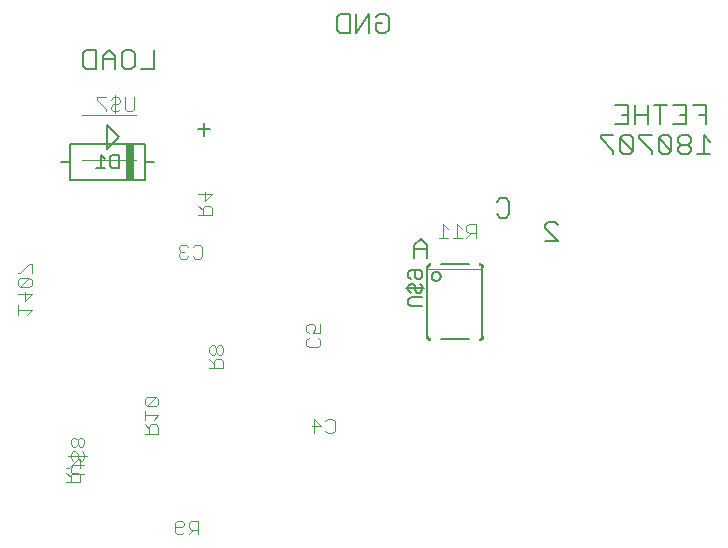
<source format=gbr>
G04 EAGLE Gerber X2 export*
%TF.Part,Single*%
%TF.FileFunction,Legend,Bot,1*%
%TF.FilePolarity,Positive*%
%TF.GenerationSoftware,Autodesk,EAGLE,8.6.3*%
%TF.CreationDate,2018-07-14T15:57:14Z*%
G75*
%MOMM*%
%FSLAX34Y34*%
%LPD*%
%AMOC8*
5,1,8,0,0,1.08239X$1,22.5*%
G01*
%ADD10C,0.152400*%
%ADD11C,0.127000*%
%ADD12R,0.762000X3.048000*%
%ADD13C,0.101600*%
%ADD14C,0.203200*%
%ADD15C,0.050800*%
%ADD16C,0.015238*%


D10*
X169238Y354597D02*
X158391Y354597D01*
X163815Y360020D02*
X163815Y349174D01*
X452591Y259862D02*
X463438Y259862D01*
X452591Y270709D01*
X452591Y273420D01*
X455303Y276132D01*
X460726Y276132D01*
X463438Y273420D01*
X121538Y405862D02*
X121538Y422132D01*
X121538Y405862D02*
X110691Y405862D01*
X102455Y422132D02*
X97032Y422132D01*
X102455Y422132D02*
X105166Y419420D01*
X105166Y408574D01*
X102455Y405862D01*
X97032Y405862D01*
X94320Y408574D01*
X94320Y419420D01*
X97032Y422132D01*
X88795Y416709D02*
X88795Y405862D01*
X88795Y416709D02*
X83372Y422132D01*
X77948Y416709D01*
X77948Y405862D01*
X77948Y413997D02*
X88795Y413997D01*
X72423Y422132D02*
X72423Y405862D01*
X64288Y405862D01*
X61577Y408574D01*
X61577Y419420D01*
X64288Y422132D01*
X72423Y422132D01*
X309291Y449920D02*
X312003Y452632D01*
X317426Y452632D01*
X320138Y449920D01*
X320138Y439074D01*
X317426Y436362D01*
X312003Y436362D01*
X309291Y439074D01*
X309291Y444497D01*
X314715Y444497D01*
X303766Y436362D02*
X303766Y452632D01*
X292920Y436362D01*
X292920Y452632D01*
X287395Y452632D02*
X287395Y436362D01*
X279260Y436362D01*
X276548Y439074D01*
X276548Y449920D01*
X279260Y452632D01*
X287395Y452632D01*
X588538Y375132D02*
X588538Y358862D01*
X588538Y375132D02*
X577691Y375132D01*
X583115Y366997D02*
X588538Y366997D01*
X572166Y375132D02*
X561320Y375132D01*
X572166Y375132D02*
X572166Y358862D01*
X561320Y358862D01*
X566743Y366997D02*
X572166Y366997D01*
X550372Y358862D02*
X550372Y375132D01*
X555795Y375132D02*
X544948Y375132D01*
X539423Y375132D02*
X539423Y358862D01*
X539423Y366997D02*
X528577Y366997D01*
X528577Y375132D02*
X528577Y358862D01*
X523052Y375132D02*
X512205Y375132D01*
X523052Y375132D02*
X523052Y358862D01*
X512205Y358862D01*
X517628Y366997D02*
X523052Y366997D01*
X586915Y349632D02*
X592338Y344209D01*
X586915Y349632D02*
X586915Y333362D01*
X592338Y333362D02*
X581491Y333362D01*
X575966Y346920D02*
X573255Y349632D01*
X567832Y349632D01*
X565120Y346920D01*
X565120Y344209D01*
X567832Y341497D01*
X565120Y338785D01*
X565120Y336074D01*
X567832Y333362D01*
X573255Y333362D01*
X575966Y336074D01*
X575966Y338785D01*
X573255Y341497D01*
X575966Y344209D01*
X575966Y346920D01*
X573255Y341497D02*
X567832Y341497D01*
X559595Y336074D02*
X559595Y346920D01*
X556883Y349632D01*
X551460Y349632D01*
X548748Y346920D01*
X548748Y336074D01*
X551460Y333362D01*
X556883Y333362D01*
X559595Y336074D01*
X548748Y346920D01*
X543223Y349632D02*
X532377Y349632D01*
X532377Y346920D01*
X543223Y336074D01*
X543223Y333362D01*
X526852Y336074D02*
X526852Y346920D01*
X524140Y349632D01*
X518717Y349632D01*
X516005Y346920D01*
X516005Y336074D01*
X518717Y333362D01*
X524140Y333362D01*
X526852Y336074D01*
X516005Y346920D01*
X510480Y349632D02*
X499634Y349632D01*
X499634Y346920D01*
X510480Y336074D01*
X510480Y333362D01*
X352938Y256309D02*
X352938Y245462D01*
X352938Y256309D02*
X347515Y261732D01*
X342091Y256309D01*
X342091Y245462D01*
X342091Y253597D02*
X352938Y253597D01*
X411591Y293420D02*
X414303Y296132D01*
X419726Y296132D01*
X422438Y293420D01*
X422438Y282574D01*
X419726Y279862D01*
X414303Y279862D01*
X411591Y282574D01*
D11*
X114050Y341840D02*
X50550Y341840D01*
X50550Y311360D02*
X114050Y311360D01*
X114050Y326600D02*
X121670Y326600D01*
X114050Y326600D02*
X114050Y341840D01*
X50550Y326600D02*
X42930Y326600D01*
X50550Y326600D02*
X50550Y311360D01*
X114050Y311360D02*
X114050Y326600D01*
X50550Y326600D02*
X50550Y341840D01*
D12*
X101350Y326600D03*
D11*
X91803Y321685D02*
X91803Y333125D01*
X91803Y321685D02*
X86083Y321685D01*
X84176Y323592D01*
X84176Y331218D01*
X86083Y333125D01*
X91803Y333125D01*
X80109Y329312D02*
X76296Y333125D01*
X76296Y321685D01*
X80109Y321685D02*
X72483Y321685D01*
D13*
X260173Y178114D02*
X262122Y176165D01*
X262122Y172267D01*
X260173Y170318D01*
X252377Y170318D01*
X250428Y172267D01*
X250428Y176165D01*
X252377Y178114D01*
X262122Y182012D02*
X262122Y189808D01*
X262122Y182012D02*
X256275Y182012D01*
X258224Y185910D01*
X258224Y187859D01*
X256275Y189808D01*
X252377Y189808D01*
X250428Y187859D01*
X250428Y183961D01*
X252377Y182012D01*
X156443Y256882D02*
X154494Y254933D01*
X156443Y256882D02*
X160341Y256882D01*
X162290Y254933D01*
X162290Y247137D01*
X160341Y245188D01*
X156443Y245188D01*
X154494Y247137D01*
X150596Y254933D02*
X148647Y256882D01*
X144749Y256882D01*
X142800Y254933D01*
X142800Y252984D01*
X144749Y251035D01*
X146698Y251035D01*
X144749Y251035D02*
X142800Y249086D01*
X142800Y247137D01*
X144749Y245188D01*
X148647Y245188D01*
X150596Y247137D01*
X106006Y366950D02*
X60794Y366950D01*
X60794Y328850D02*
X106006Y328850D01*
D14*
X91700Y347900D02*
X81470Y357900D01*
X91700Y347900D02*
X81470Y337900D01*
X81470Y357900D01*
D13*
X104482Y371947D02*
X104482Y381692D01*
X104482Y371947D02*
X102533Y369998D01*
X98635Y369998D01*
X96686Y371947D01*
X96686Y381692D01*
X92788Y371947D02*
X90839Y369998D01*
X86941Y369998D01*
X84992Y371947D01*
X84992Y373896D01*
X86941Y375845D01*
X90839Y375845D01*
X92788Y377794D01*
X92788Y379743D01*
X90839Y381692D01*
X86941Y381692D01*
X84992Y379743D01*
X88890Y383641D02*
X88890Y368049D01*
X81094Y381692D02*
X73298Y381692D01*
X73298Y379743D01*
X81094Y371947D01*
X81094Y369998D01*
X18052Y201580D02*
X14154Y197682D01*
X18052Y201580D02*
X6358Y201580D01*
X6358Y197682D02*
X6358Y205478D01*
X6358Y215223D02*
X18052Y215223D01*
X12205Y209376D01*
X12205Y217172D01*
X8307Y221070D02*
X16103Y221070D01*
X18052Y223019D01*
X18052Y226917D01*
X16103Y228866D01*
X8307Y228866D01*
X6358Y226917D01*
X6358Y223019D01*
X8307Y221070D01*
X16103Y228866D01*
X18052Y232764D02*
X18052Y240560D01*
X16103Y240560D01*
X8307Y232764D01*
X6358Y232764D01*
X266686Y107273D02*
X268635Y109222D01*
X272533Y109222D01*
X274482Y107273D01*
X274482Y99477D01*
X272533Y97528D01*
X268635Y97528D01*
X266686Y99477D01*
X256941Y97528D02*
X256941Y109222D01*
X262788Y103375D01*
X254992Y103375D01*
X170512Y282210D02*
X158818Y282210D01*
X170512Y282210D02*
X170512Y288057D01*
X168563Y290006D01*
X164665Y290006D01*
X162716Y288057D01*
X162716Y282210D01*
X162716Y286108D02*
X158818Y290006D01*
X158818Y299751D02*
X170512Y299751D01*
X164665Y293904D01*
X164665Y301700D01*
X62652Y62458D02*
X52907Y62458D01*
X50958Y64407D01*
X50958Y68305D01*
X52907Y70254D01*
X62652Y70254D01*
X52907Y74152D02*
X50958Y76101D01*
X50958Y79999D01*
X52907Y81948D01*
X54856Y81948D01*
X56805Y79999D01*
X56805Y76101D01*
X58754Y74152D01*
X60703Y74152D01*
X62652Y76101D01*
X62652Y79999D01*
X60703Y81948D01*
X64601Y78050D02*
X49009Y78050D01*
X60703Y85846D02*
X62652Y87795D01*
X62652Y91693D01*
X60703Y93642D01*
X58754Y93642D01*
X56805Y91693D01*
X54856Y93642D01*
X52907Y93642D01*
X50958Y91693D01*
X50958Y87795D01*
X52907Y85846D01*
X54856Y85846D01*
X56805Y87795D01*
X58754Y85846D01*
X60703Y85846D01*
X56805Y87795D02*
X56805Y91693D01*
X59012Y56010D02*
X47318Y56010D01*
X59012Y56010D02*
X59012Y61857D01*
X57063Y63806D01*
X53165Y63806D01*
X51216Y61857D01*
X51216Y56010D01*
X51216Y59908D02*
X47318Y63806D01*
X59012Y67704D02*
X59012Y75500D01*
X57063Y75500D01*
X49267Y67704D01*
X47318Y67704D01*
X168498Y152218D02*
X180192Y152218D01*
X180192Y158065D01*
X178243Y160014D01*
X174345Y160014D01*
X172396Y158065D01*
X172396Y152218D01*
X172396Y156116D02*
X168498Y160014D01*
X178243Y163912D02*
X180192Y165861D01*
X180192Y169759D01*
X178243Y171708D01*
X176294Y171708D01*
X174345Y169759D01*
X172396Y171708D01*
X170447Y171708D01*
X168498Y169759D01*
X168498Y165861D01*
X170447Y163912D01*
X172396Y163912D01*
X174345Y165861D01*
X176294Y163912D01*
X178243Y163912D01*
X174345Y165861D02*
X174345Y169759D01*
X158790Y23412D02*
X158790Y11718D01*
X158790Y23412D02*
X152943Y23412D01*
X150994Y21463D01*
X150994Y17565D01*
X152943Y15616D01*
X158790Y15616D01*
X154892Y15616D02*
X150994Y11718D01*
X147096Y13667D02*
X145147Y11718D01*
X141249Y11718D01*
X139300Y13667D01*
X139300Y21463D01*
X141249Y23412D01*
X145147Y23412D01*
X147096Y21463D01*
X147096Y19514D01*
X145147Y17565D01*
X139300Y17565D01*
X125212Y97016D02*
X113518Y97016D01*
X125212Y97016D02*
X125212Y102863D01*
X123263Y104812D01*
X119365Y104812D01*
X117416Y102863D01*
X117416Y97016D01*
X117416Y100914D02*
X113518Y104812D01*
X121314Y108710D02*
X125212Y112608D01*
X113518Y112608D01*
X113518Y108710D02*
X113518Y116506D01*
X115467Y120404D02*
X123263Y120404D01*
X125212Y122353D01*
X125212Y126251D01*
X123263Y128200D01*
X115467Y128200D01*
X113518Y126251D01*
X113518Y122353D01*
X115467Y120404D01*
X123263Y128200D01*
D15*
X352800Y236102D02*
X399600Y236102D01*
D16*
X352115Y179245D02*
X353488Y179245D01*
X353488Y179244D02*
X353493Y179161D01*
X353502Y179077D01*
X353515Y178995D01*
X353531Y178913D01*
X353551Y178832D01*
X353575Y178751D01*
X353603Y178672D01*
X353634Y178595D01*
X353668Y178519D01*
X353706Y178444D01*
X353747Y178371D01*
X353792Y178300D01*
X353839Y178231D01*
X353890Y178165D01*
X353943Y178101D01*
X354000Y178039D01*
X354059Y177980D01*
X354121Y177923D01*
X354185Y177870D01*
X354251Y177819D01*
X354320Y177772D01*
X354391Y177727D01*
X354464Y177686D01*
X354539Y177648D01*
X354615Y177614D01*
X354692Y177583D01*
X354771Y177555D01*
X354852Y177531D01*
X354933Y177511D01*
X355015Y177495D01*
X355097Y177482D01*
X355181Y177473D01*
X355264Y177468D01*
X355265Y176095D01*
X355264Y176095D01*
X355152Y176099D01*
X355041Y176108D01*
X354930Y176120D01*
X354819Y176136D01*
X354710Y176156D01*
X354600Y176180D01*
X354492Y176207D01*
X354385Y176239D01*
X354279Y176274D01*
X354174Y176312D01*
X354070Y176354D01*
X353969Y176400D01*
X353868Y176449D01*
X353770Y176502D01*
X353673Y176558D01*
X353578Y176617D01*
X353486Y176680D01*
X353396Y176746D01*
X353308Y176815D01*
X353222Y176886D01*
X353139Y176961D01*
X353059Y177039D01*
X352981Y177119D01*
X352906Y177202D01*
X352835Y177288D01*
X352766Y177376D01*
X352700Y177466D01*
X352637Y177558D01*
X352578Y177653D01*
X352522Y177750D01*
X352469Y177848D01*
X352420Y177949D01*
X352374Y178050D01*
X352332Y178154D01*
X352294Y178259D01*
X352259Y178365D01*
X352227Y178472D01*
X352200Y178580D01*
X352176Y178690D01*
X352156Y178799D01*
X352140Y178910D01*
X352128Y179021D01*
X352119Y179132D01*
X352115Y179244D01*
X352258Y179244D01*
X352263Y179135D01*
X352271Y179026D01*
X352283Y178918D01*
X352299Y178810D01*
X352319Y178703D01*
X352343Y178596D01*
X352371Y178491D01*
X352402Y178386D01*
X352437Y178283D01*
X352475Y178181D01*
X352517Y178080D01*
X352563Y177981D01*
X352612Y177884D01*
X352665Y177788D01*
X352720Y177694D01*
X352780Y177603D01*
X352842Y177513D01*
X352907Y177426D01*
X352976Y177341D01*
X353047Y177259D01*
X353122Y177179D01*
X353199Y177102D01*
X353279Y177027D01*
X353361Y176956D01*
X353446Y176887D01*
X353533Y176822D01*
X353623Y176760D01*
X353714Y176700D01*
X353808Y176645D01*
X353904Y176592D01*
X354001Y176543D01*
X354100Y176497D01*
X354201Y176455D01*
X354303Y176417D01*
X354406Y176382D01*
X354511Y176351D01*
X354616Y176323D01*
X354723Y176299D01*
X354830Y176279D01*
X354938Y176263D01*
X355046Y176251D01*
X355155Y176243D01*
X355264Y176238D01*
X355264Y176381D01*
X355158Y176386D01*
X355052Y176394D01*
X354946Y176406D01*
X354841Y176423D01*
X354737Y176443D01*
X354633Y176466D01*
X354530Y176494D01*
X354429Y176525D01*
X354328Y176560D01*
X354229Y176598D01*
X354131Y176640D01*
X354035Y176685D01*
X353941Y176734D01*
X353848Y176787D01*
X353757Y176842D01*
X353669Y176901D01*
X353583Y176963D01*
X353498Y177028D01*
X353417Y177096D01*
X353338Y177167D01*
X353261Y177241D01*
X353187Y177318D01*
X353116Y177397D01*
X353048Y177478D01*
X352983Y177563D01*
X352921Y177649D01*
X352862Y177737D01*
X352807Y177828D01*
X352754Y177921D01*
X352705Y178015D01*
X352660Y178111D01*
X352618Y178209D01*
X352580Y178308D01*
X352545Y178409D01*
X352514Y178510D01*
X352486Y178613D01*
X352463Y178717D01*
X352443Y178821D01*
X352426Y178926D01*
X352414Y179032D01*
X352406Y179138D01*
X352401Y179244D01*
X352544Y179244D01*
X352549Y179141D01*
X352557Y179038D01*
X352570Y178935D01*
X352586Y178833D01*
X352606Y178731D01*
X352629Y178630D01*
X352657Y178531D01*
X352688Y178432D01*
X352722Y178335D01*
X352761Y178238D01*
X352802Y178144D01*
X352848Y178051D01*
X352896Y177959D01*
X352948Y177870D01*
X353003Y177783D01*
X353062Y177697D01*
X353123Y177614D01*
X353188Y177533D01*
X353256Y177455D01*
X353326Y177379D01*
X353399Y177306D01*
X353475Y177236D01*
X353553Y177168D01*
X353634Y177103D01*
X353717Y177042D01*
X353803Y176983D01*
X353890Y176928D01*
X353979Y176876D01*
X354071Y176828D01*
X354164Y176782D01*
X354258Y176741D01*
X354355Y176702D01*
X354452Y176668D01*
X354551Y176637D01*
X354650Y176609D01*
X354751Y176586D01*
X354853Y176566D01*
X354955Y176550D01*
X355058Y176537D01*
X355161Y176529D01*
X355264Y176524D01*
X355264Y176667D01*
X355164Y176672D01*
X355064Y176680D01*
X354964Y176693D01*
X354865Y176709D01*
X354766Y176729D01*
X354669Y176752D01*
X354572Y176779D01*
X354477Y176810D01*
X354382Y176845D01*
X354289Y176883D01*
X354198Y176924D01*
X354108Y176969D01*
X354020Y177018D01*
X353934Y177069D01*
X353850Y177124D01*
X353768Y177182D01*
X353688Y177243D01*
X353611Y177307D01*
X353536Y177374D01*
X353463Y177443D01*
X353394Y177516D01*
X353327Y177591D01*
X353263Y177668D01*
X353202Y177748D01*
X353144Y177830D01*
X353089Y177914D01*
X353038Y178000D01*
X352989Y178088D01*
X352944Y178178D01*
X352903Y178269D01*
X352865Y178362D01*
X352830Y178457D01*
X352799Y178552D01*
X352772Y178649D01*
X352749Y178746D01*
X352729Y178845D01*
X352713Y178944D01*
X352700Y179044D01*
X352692Y179144D01*
X352687Y179244D01*
X352830Y179244D01*
X352835Y179144D01*
X352844Y179045D01*
X352857Y178946D01*
X352874Y178848D01*
X352895Y178750D01*
X352919Y178653D01*
X352948Y178558D01*
X352980Y178463D01*
X353016Y178370D01*
X353055Y178278D01*
X353098Y178189D01*
X353145Y178100D01*
X353195Y178014D01*
X353249Y177930D01*
X353306Y177848D01*
X353366Y177768D01*
X353429Y177691D01*
X353495Y177616D01*
X353564Y177544D01*
X353636Y177475D01*
X353711Y177409D01*
X353788Y177346D01*
X353868Y177286D01*
X353950Y177229D01*
X354034Y177175D01*
X354120Y177125D01*
X354209Y177078D01*
X354298Y177035D01*
X354390Y176996D01*
X354483Y176960D01*
X354578Y176928D01*
X354673Y176899D01*
X354770Y176875D01*
X354868Y176854D01*
X354966Y176837D01*
X355065Y176824D01*
X355164Y176815D01*
X355264Y176810D01*
X355264Y176953D01*
X355168Y176958D01*
X355072Y176967D01*
X354976Y176980D01*
X354881Y176997D01*
X354787Y177017D01*
X354694Y177042D01*
X354602Y177070D01*
X354511Y177102D01*
X354421Y177138D01*
X354333Y177177D01*
X354246Y177220D01*
X354162Y177266D01*
X354079Y177316D01*
X353999Y177369D01*
X353920Y177425D01*
X353844Y177484D01*
X353771Y177546D01*
X353700Y177612D01*
X353632Y177680D01*
X353566Y177751D01*
X353504Y177824D01*
X353445Y177900D01*
X353389Y177979D01*
X353336Y178059D01*
X353286Y178142D01*
X353240Y178226D01*
X353197Y178313D01*
X353158Y178401D01*
X353122Y178491D01*
X353090Y178582D01*
X353062Y178674D01*
X353037Y178767D01*
X353017Y178861D01*
X353000Y178956D01*
X352987Y179052D01*
X352978Y179148D01*
X352973Y179244D01*
X353116Y179244D01*
X353121Y179151D01*
X353130Y179059D01*
X353143Y178967D01*
X353160Y178876D01*
X353180Y178785D01*
X353204Y178695D01*
X353232Y178607D01*
X353264Y178519D01*
X353299Y178434D01*
X353338Y178349D01*
X353380Y178266D01*
X353426Y178186D01*
X353475Y178107D01*
X353527Y178030D01*
X353583Y177955D01*
X353641Y177883D01*
X353702Y177814D01*
X353767Y177747D01*
X353834Y177682D01*
X353903Y177621D01*
X353975Y177563D01*
X354050Y177507D01*
X354127Y177455D01*
X354206Y177406D01*
X354286Y177360D01*
X354369Y177318D01*
X354454Y177279D01*
X354539Y177244D01*
X354627Y177212D01*
X354715Y177184D01*
X354805Y177160D01*
X354896Y177140D01*
X354987Y177123D01*
X355079Y177110D01*
X355171Y177101D01*
X355264Y177096D01*
X355264Y177239D01*
X355175Y177245D01*
X355086Y177253D01*
X354998Y177266D01*
X354911Y177283D01*
X354824Y177303D01*
X354738Y177327D01*
X354653Y177354D01*
X354570Y177386D01*
X354488Y177420D01*
X354407Y177459D01*
X354329Y177500D01*
X354252Y177545D01*
X354177Y177593D01*
X354104Y177645D01*
X354033Y177699D01*
X353965Y177756D01*
X353900Y177817D01*
X353837Y177880D01*
X353776Y177945D01*
X353719Y178013D01*
X353665Y178084D01*
X353613Y178157D01*
X353565Y178232D01*
X353520Y178309D01*
X353479Y178387D01*
X353440Y178468D01*
X353406Y178550D01*
X353374Y178633D01*
X353347Y178718D01*
X353323Y178804D01*
X353303Y178891D01*
X353286Y178978D01*
X353273Y179066D01*
X353265Y179155D01*
X353259Y179244D01*
X353402Y179244D01*
X353408Y179159D01*
X353417Y179074D01*
X353429Y178990D01*
X353446Y178907D01*
X353466Y178824D01*
X353489Y178742D01*
X353516Y178662D01*
X353547Y178582D01*
X353581Y178504D01*
X353618Y178428D01*
X353659Y178353D01*
X353703Y178280D01*
X353751Y178209D01*
X353801Y178141D01*
X353854Y178074D01*
X353910Y178010D01*
X353969Y177949D01*
X354030Y177890D01*
X354094Y177834D01*
X354161Y177781D01*
X354229Y177731D01*
X354300Y177683D01*
X354373Y177639D01*
X354448Y177598D01*
X354524Y177561D01*
X354602Y177527D01*
X354682Y177496D01*
X354762Y177469D01*
X354844Y177446D01*
X354927Y177426D01*
X355010Y177409D01*
X355094Y177397D01*
X355179Y177388D01*
X355264Y177382D01*
D10*
X364230Y176780D02*
X385770Y176780D01*
X385630Y176780D01*
X385770Y176780D02*
X388170Y176780D01*
D16*
X397135Y176095D02*
X397135Y177468D01*
X397136Y177468D02*
X397219Y177473D01*
X397303Y177482D01*
X397385Y177495D01*
X397467Y177511D01*
X397548Y177531D01*
X397629Y177555D01*
X397708Y177583D01*
X397785Y177614D01*
X397861Y177648D01*
X397936Y177686D01*
X398009Y177727D01*
X398080Y177772D01*
X398149Y177819D01*
X398215Y177870D01*
X398279Y177923D01*
X398341Y177980D01*
X398400Y178039D01*
X398457Y178101D01*
X398510Y178165D01*
X398561Y178231D01*
X398608Y178300D01*
X398653Y178371D01*
X398694Y178444D01*
X398732Y178519D01*
X398766Y178595D01*
X398797Y178672D01*
X398825Y178751D01*
X398849Y178832D01*
X398869Y178913D01*
X398885Y178995D01*
X398898Y179077D01*
X398907Y179161D01*
X398912Y179244D01*
X400285Y179245D01*
X400285Y179244D01*
X400281Y179132D01*
X400272Y179021D01*
X400260Y178910D01*
X400244Y178799D01*
X400224Y178690D01*
X400200Y178580D01*
X400173Y178472D01*
X400141Y178365D01*
X400106Y178259D01*
X400068Y178154D01*
X400026Y178050D01*
X399980Y177949D01*
X399931Y177848D01*
X399878Y177750D01*
X399822Y177653D01*
X399763Y177558D01*
X399700Y177466D01*
X399634Y177376D01*
X399565Y177288D01*
X399494Y177202D01*
X399419Y177119D01*
X399341Y177039D01*
X399261Y176961D01*
X399178Y176886D01*
X399092Y176815D01*
X399004Y176746D01*
X398914Y176680D01*
X398822Y176617D01*
X398727Y176558D01*
X398630Y176502D01*
X398532Y176449D01*
X398431Y176400D01*
X398330Y176354D01*
X398226Y176312D01*
X398121Y176274D01*
X398015Y176239D01*
X397908Y176207D01*
X397800Y176180D01*
X397690Y176156D01*
X397581Y176136D01*
X397470Y176120D01*
X397359Y176108D01*
X397248Y176099D01*
X397136Y176095D01*
X397136Y176238D01*
X397245Y176243D01*
X397354Y176251D01*
X397462Y176263D01*
X397570Y176279D01*
X397677Y176299D01*
X397784Y176323D01*
X397889Y176351D01*
X397994Y176382D01*
X398097Y176417D01*
X398199Y176455D01*
X398300Y176497D01*
X398399Y176543D01*
X398496Y176592D01*
X398592Y176645D01*
X398686Y176700D01*
X398777Y176760D01*
X398867Y176822D01*
X398954Y176887D01*
X399039Y176956D01*
X399121Y177027D01*
X399201Y177102D01*
X399278Y177179D01*
X399353Y177259D01*
X399424Y177341D01*
X399493Y177426D01*
X399558Y177513D01*
X399620Y177603D01*
X399680Y177694D01*
X399735Y177788D01*
X399788Y177884D01*
X399837Y177981D01*
X399883Y178080D01*
X399925Y178181D01*
X399963Y178283D01*
X399998Y178386D01*
X400029Y178491D01*
X400057Y178596D01*
X400081Y178703D01*
X400101Y178810D01*
X400117Y178918D01*
X400129Y179026D01*
X400137Y179135D01*
X400142Y179244D01*
X399999Y179244D01*
X399994Y179138D01*
X399986Y179032D01*
X399974Y178926D01*
X399957Y178821D01*
X399937Y178717D01*
X399914Y178613D01*
X399886Y178510D01*
X399855Y178409D01*
X399820Y178308D01*
X399782Y178209D01*
X399740Y178111D01*
X399695Y178015D01*
X399646Y177921D01*
X399593Y177828D01*
X399538Y177737D01*
X399479Y177649D01*
X399417Y177563D01*
X399352Y177478D01*
X399284Y177397D01*
X399213Y177318D01*
X399139Y177241D01*
X399062Y177167D01*
X398983Y177096D01*
X398902Y177028D01*
X398817Y176963D01*
X398731Y176901D01*
X398643Y176842D01*
X398552Y176787D01*
X398459Y176734D01*
X398365Y176685D01*
X398269Y176640D01*
X398171Y176598D01*
X398072Y176560D01*
X397971Y176525D01*
X397870Y176494D01*
X397767Y176466D01*
X397663Y176443D01*
X397559Y176423D01*
X397454Y176406D01*
X397348Y176394D01*
X397242Y176386D01*
X397136Y176381D01*
X397136Y176524D01*
X397239Y176529D01*
X397342Y176537D01*
X397445Y176550D01*
X397547Y176566D01*
X397649Y176586D01*
X397750Y176609D01*
X397849Y176637D01*
X397948Y176668D01*
X398045Y176702D01*
X398142Y176741D01*
X398236Y176782D01*
X398329Y176828D01*
X398421Y176876D01*
X398510Y176928D01*
X398597Y176983D01*
X398683Y177042D01*
X398766Y177103D01*
X398847Y177168D01*
X398925Y177236D01*
X399001Y177306D01*
X399074Y177379D01*
X399144Y177455D01*
X399212Y177533D01*
X399277Y177614D01*
X399338Y177697D01*
X399397Y177783D01*
X399452Y177870D01*
X399504Y177959D01*
X399552Y178051D01*
X399598Y178144D01*
X399639Y178238D01*
X399678Y178335D01*
X399712Y178432D01*
X399743Y178531D01*
X399771Y178630D01*
X399794Y178731D01*
X399814Y178833D01*
X399830Y178935D01*
X399843Y179038D01*
X399851Y179141D01*
X399856Y179244D01*
X399713Y179244D01*
X399708Y179144D01*
X399700Y179044D01*
X399687Y178944D01*
X399671Y178845D01*
X399651Y178746D01*
X399628Y178649D01*
X399601Y178552D01*
X399570Y178457D01*
X399535Y178362D01*
X399497Y178269D01*
X399456Y178178D01*
X399411Y178088D01*
X399362Y178000D01*
X399311Y177914D01*
X399256Y177830D01*
X399198Y177748D01*
X399137Y177668D01*
X399073Y177591D01*
X399006Y177516D01*
X398937Y177443D01*
X398864Y177374D01*
X398789Y177307D01*
X398712Y177243D01*
X398632Y177182D01*
X398550Y177124D01*
X398466Y177069D01*
X398380Y177018D01*
X398292Y176969D01*
X398202Y176924D01*
X398111Y176883D01*
X398018Y176845D01*
X397923Y176810D01*
X397828Y176779D01*
X397731Y176752D01*
X397634Y176729D01*
X397535Y176709D01*
X397436Y176693D01*
X397336Y176680D01*
X397236Y176672D01*
X397136Y176667D01*
X397136Y176810D01*
X397236Y176815D01*
X397335Y176824D01*
X397434Y176837D01*
X397532Y176854D01*
X397630Y176875D01*
X397727Y176899D01*
X397822Y176928D01*
X397917Y176960D01*
X398010Y176996D01*
X398102Y177035D01*
X398191Y177078D01*
X398280Y177125D01*
X398366Y177175D01*
X398450Y177229D01*
X398532Y177286D01*
X398612Y177346D01*
X398689Y177409D01*
X398764Y177475D01*
X398836Y177544D01*
X398905Y177616D01*
X398971Y177691D01*
X399034Y177768D01*
X399094Y177848D01*
X399151Y177930D01*
X399205Y178014D01*
X399255Y178100D01*
X399302Y178189D01*
X399345Y178278D01*
X399384Y178370D01*
X399420Y178463D01*
X399452Y178558D01*
X399481Y178653D01*
X399505Y178750D01*
X399526Y178848D01*
X399543Y178946D01*
X399556Y179045D01*
X399565Y179144D01*
X399570Y179244D01*
X399427Y179244D01*
X399422Y179148D01*
X399413Y179052D01*
X399400Y178956D01*
X399383Y178861D01*
X399363Y178767D01*
X399338Y178674D01*
X399310Y178582D01*
X399278Y178491D01*
X399242Y178401D01*
X399203Y178313D01*
X399160Y178226D01*
X399114Y178142D01*
X399064Y178059D01*
X399011Y177979D01*
X398955Y177900D01*
X398896Y177824D01*
X398834Y177751D01*
X398768Y177680D01*
X398700Y177612D01*
X398629Y177546D01*
X398556Y177484D01*
X398480Y177425D01*
X398401Y177369D01*
X398321Y177316D01*
X398238Y177266D01*
X398154Y177220D01*
X398067Y177177D01*
X397979Y177138D01*
X397889Y177102D01*
X397798Y177070D01*
X397706Y177042D01*
X397613Y177017D01*
X397519Y176997D01*
X397424Y176980D01*
X397328Y176967D01*
X397232Y176958D01*
X397136Y176953D01*
X397136Y177096D01*
X397229Y177101D01*
X397321Y177110D01*
X397413Y177123D01*
X397504Y177140D01*
X397595Y177160D01*
X397685Y177184D01*
X397773Y177212D01*
X397861Y177244D01*
X397946Y177279D01*
X398031Y177318D01*
X398114Y177360D01*
X398194Y177406D01*
X398273Y177455D01*
X398350Y177507D01*
X398425Y177563D01*
X398497Y177621D01*
X398566Y177682D01*
X398633Y177747D01*
X398698Y177814D01*
X398759Y177883D01*
X398817Y177955D01*
X398873Y178030D01*
X398925Y178107D01*
X398974Y178186D01*
X399020Y178266D01*
X399062Y178349D01*
X399101Y178434D01*
X399136Y178519D01*
X399168Y178607D01*
X399196Y178695D01*
X399220Y178785D01*
X399240Y178876D01*
X399257Y178967D01*
X399270Y179059D01*
X399279Y179151D01*
X399284Y179244D01*
X399141Y179244D01*
X399135Y179155D01*
X399127Y179066D01*
X399114Y178978D01*
X399097Y178891D01*
X399077Y178804D01*
X399053Y178718D01*
X399026Y178633D01*
X398994Y178550D01*
X398960Y178468D01*
X398921Y178387D01*
X398880Y178309D01*
X398835Y178232D01*
X398787Y178157D01*
X398735Y178084D01*
X398681Y178013D01*
X398624Y177945D01*
X398563Y177880D01*
X398500Y177817D01*
X398435Y177756D01*
X398367Y177699D01*
X398296Y177645D01*
X398223Y177593D01*
X398148Y177545D01*
X398071Y177500D01*
X397993Y177459D01*
X397912Y177420D01*
X397830Y177386D01*
X397747Y177354D01*
X397662Y177327D01*
X397576Y177303D01*
X397489Y177283D01*
X397402Y177266D01*
X397314Y177253D01*
X397225Y177245D01*
X397136Y177239D01*
X397136Y177382D01*
X397221Y177388D01*
X397306Y177397D01*
X397390Y177409D01*
X397473Y177426D01*
X397556Y177446D01*
X397638Y177469D01*
X397718Y177496D01*
X397798Y177527D01*
X397876Y177561D01*
X397952Y177598D01*
X398027Y177639D01*
X398100Y177683D01*
X398171Y177731D01*
X398239Y177781D01*
X398306Y177834D01*
X398370Y177890D01*
X398431Y177949D01*
X398490Y178010D01*
X398546Y178074D01*
X398599Y178141D01*
X398649Y178209D01*
X398697Y178280D01*
X398741Y178353D01*
X398782Y178428D01*
X398819Y178504D01*
X398853Y178582D01*
X398884Y178662D01*
X398911Y178742D01*
X398934Y178824D01*
X398954Y178907D01*
X398971Y178990D01*
X398983Y179074D01*
X398992Y179159D01*
X398998Y179244D01*
D10*
X385770Y240420D02*
X364230Y240420D01*
X385630Y240420D02*
X385770Y240420D01*
X388170Y240420D01*
D16*
X400285Y237955D02*
X398912Y237955D01*
X398912Y237956D02*
X398907Y238039D01*
X398898Y238123D01*
X398885Y238205D01*
X398869Y238287D01*
X398849Y238368D01*
X398825Y238449D01*
X398797Y238528D01*
X398766Y238605D01*
X398732Y238681D01*
X398694Y238756D01*
X398653Y238829D01*
X398608Y238900D01*
X398561Y238969D01*
X398510Y239035D01*
X398457Y239099D01*
X398400Y239161D01*
X398341Y239220D01*
X398279Y239277D01*
X398215Y239330D01*
X398149Y239381D01*
X398080Y239428D01*
X398009Y239473D01*
X397936Y239514D01*
X397861Y239552D01*
X397785Y239586D01*
X397708Y239617D01*
X397629Y239645D01*
X397548Y239669D01*
X397467Y239689D01*
X397385Y239705D01*
X397303Y239718D01*
X397219Y239727D01*
X397136Y239732D01*
X397135Y241105D01*
X397136Y241105D01*
X397248Y241101D01*
X397359Y241092D01*
X397470Y241080D01*
X397581Y241064D01*
X397690Y241044D01*
X397800Y241020D01*
X397908Y240993D01*
X398015Y240961D01*
X398121Y240926D01*
X398226Y240888D01*
X398330Y240846D01*
X398431Y240800D01*
X398532Y240751D01*
X398630Y240698D01*
X398727Y240642D01*
X398822Y240583D01*
X398914Y240520D01*
X399004Y240454D01*
X399092Y240385D01*
X399178Y240314D01*
X399261Y240239D01*
X399341Y240161D01*
X399419Y240081D01*
X399494Y239998D01*
X399565Y239912D01*
X399634Y239824D01*
X399700Y239734D01*
X399763Y239642D01*
X399822Y239547D01*
X399878Y239450D01*
X399931Y239352D01*
X399980Y239251D01*
X400026Y239150D01*
X400068Y239046D01*
X400106Y238941D01*
X400141Y238835D01*
X400173Y238728D01*
X400200Y238620D01*
X400224Y238510D01*
X400244Y238401D01*
X400260Y238290D01*
X400272Y238179D01*
X400281Y238068D01*
X400285Y237956D01*
X400142Y237956D01*
X400137Y238065D01*
X400129Y238174D01*
X400117Y238282D01*
X400101Y238390D01*
X400081Y238497D01*
X400057Y238604D01*
X400029Y238709D01*
X399998Y238814D01*
X399963Y238917D01*
X399925Y239019D01*
X399883Y239120D01*
X399837Y239219D01*
X399788Y239316D01*
X399735Y239412D01*
X399680Y239506D01*
X399620Y239597D01*
X399558Y239687D01*
X399493Y239774D01*
X399424Y239859D01*
X399353Y239941D01*
X399278Y240021D01*
X399201Y240098D01*
X399121Y240173D01*
X399039Y240244D01*
X398954Y240313D01*
X398867Y240378D01*
X398777Y240440D01*
X398686Y240500D01*
X398592Y240555D01*
X398496Y240608D01*
X398399Y240657D01*
X398300Y240703D01*
X398199Y240745D01*
X398097Y240783D01*
X397994Y240818D01*
X397889Y240849D01*
X397784Y240877D01*
X397677Y240901D01*
X397570Y240921D01*
X397462Y240937D01*
X397354Y240949D01*
X397245Y240957D01*
X397136Y240962D01*
X397136Y240819D01*
X397242Y240814D01*
X397348Y240806D01*
X397454Y240794D01*
X397559Y240777D01*
X397663Y240757D01*
X397767Y240734D01*
X397870Y240706D01*
X397971Y240675D01*
X398072Y240640D01*
X398171Y240602D01*
X398269Y240560D01*
X398365Y240515D01*
X398459Y240466D01*
X398552Y240413D01*
X398643Y240358D01*
X398731Y240299D01*
X398817Y240237D01*
X398902Y240172D01*
X398983Y240104D01*
X399062Y240033D01*
X399139Y239959D01*
X399213Y239882D01*
X399284Y239803D01*
X399352Y239722D01*
X399417Y239637D01*
X399479Y239551D01*
X399538Y239463D01*
X399593Y239372D01*
X399646Y239279D01*
X399695Y239185D01*
X399740Y239089D01*
X399782Y238991D01*
X399820Y238892D01*
X399855Y238791D01*
X399886Y238690D01*
X399914Y238587D01*
X399937Y238483D01*
X399957Y238379D01*
X399974Y238274D01*
X399986Y238168D01*
X399994Y238062D01*
X399999Y237956D01*
X399856Y237956D01*
X399851Y238059D01*
X399843Y238162D01*
X399830Y238265D01*
X399814Y238367D01*
X399794Y238469D01*
X399771Y238570D01*
X399743Y238669D01*
X399712Y238768D01*
X399678Y238865D01*
X399639Y238962D01*
X399598Y239056D01*
X399552Y239149D01*
X399504Y239241D01*
X399452Y239330D01*
X399397Y239417D01*
X399338Y239503D01*
X399277Y239586D01*
X399212Y239667D01*
X399144Y239745D01*
X399074Y239821D01*
X399001Y239894D01*
X398925Y239964D01*
X398847Y240032D01*
X398766Y240097D01*
X398683Y240158D01*
X398597Y240217D01*
X398510Y240272D01*
X398421Y240324D01*
X398329Y240372D01*
X398236Y240418D01*
X398142Y240459D01*
X398045Y240498D01*
X397948Y240532D01*
X397849Y240563D01*
X397750Y240591D01*
X397649Y240614D01*
X397547Y240634D01*
X397445Y240650D01*
X397342Y240663D01*
X397239Y240671D01*
X397136Y240676D01*
X397136Y240533D01*
X397236Y240528D01*
X397336Y240520D01*
X397436Y240507D01*
X397535Y240491D01*
X397634Y240471D01*
X397731Y240448D01*
X397828Y240421D01*
X397923Y240390D01*
X398018Y240355D01*
X398111Y240317D01*
X398202Y240276D01*
X398292Y240231D01*
X398380Y240182D01*
X398466Y240131D01*
X398550Y240076D01*
X398632Y240018D01*
X398712Y239957D01*
X398789Y239893D01*
X398864Y239826D01*
X398937Y239757D01*
X399006Y239684D01*
X399073Y239609D01*
X399137Y239532D01*
X399198Y239452D01*
X399256Y239370D01*
X399311Y239286D01*
X399362Y239200D01*
X399411Y239112D01*
X399456Y239022D01*
X399497Y238931D01*
X399535Y238838D01*
X399570Y238743D01*
X399601Y238648D01*
X399628Y238551D01*
X399651Y238454D01*
X399671Y238355D01*
X399687Y238256D01*
X399700Y238156D01*
X399708Y238056D01*
X399713Y237956D01*
X399570Y237956D01*
X399565Y238056D01*
X399556Y238155D01*
X399543Y238254D01*
X399526Y238352D01*
X399505Y238450D01*
X399481Y238547D01*
X399452Y238642D01*
X399420Y238737D01*
X399384Y238830D01*
X399345Y238922D01*
X399302Y239011D01*
X399255Y239100D01*
X399205Y239186D01*
X399151Y239270D01*
X399094Y239352D01*
X399034Y239432D01*
X398971Y239509D01*
X398905Y239584D01*
X398836Y239656D01*
X398764Y239725D01*
X398689Y239791D01*
X398612Y239854D01*
X398532Y239914D01*
X398450Y239971D01*
X398366Y240025D01*
X398280Y240075D01*
X398191Y240122D01*
X398102Y240165D01*
X398010Y240204D01*
X397917Y240240D01*
X397822Y240272D01*
X397727Y240301D01*
X397630Y240325D01*
X397532Y240346D01*
X397434Y240363D01*
X397335Y240376D01*
X397236Y240385D01*
X397136Y240390D01*
X397136Y240247D01*
X397232Y240242D01*
X397328Y240233D01*
X397424Y240220D01*
X397519Y240203D01*
X397613Y240183D01*
X397706Y240158D01*
X397798Y240130D01*
X397889Y240098D01*
X397979Y240062D01*
X398067Y240023D01*
X398154Y239980D01*
X398238Y239934D01*
X398321Y239884D01*
X398401Y239831D01*
X398480Y239775D01*
X398556Y239716D01*
X398629Y239654D01*
X398700Y239588D01*
X398768Y239520D01*
X398834Y239449D01*
X398896Y239376D01*
X398955Y239300D01*
X399011Y239221D01*
X399064Y239141D01*
X399114Y239058D01*
X399160Y238974D01*
X399203Y238887D01*
X399242Y238799D01*
X399278Y238709D01*
X399310Y238618D01*
X399338Y238526D01*
X399363Y238433D01*
X399383Y238339D01*
X399400Y238244D01*
X399413Y238148D01*
X399422Y238052D01*
X399427Y237956D01*
X399284Y237956D01*
X399279Y238049D01*
X399270Y238141D01*
X399257Y238233D01*
X399240Y238324D01*
X399220Y238415D01*
X399196Y238505D01*
X399168Y238593D01*
X399136Y238681D01*
X399101Y238766D01*
X399062Y238851D01*
X399020Y238934D01*
X398974Y239014D01*
X398925Y239093D01*
X398873Y239170D01*
X398817Y239245D01*
X398759Y239317D01*
X398698Y239386D01*
X398633Y239453D01*
X398566Y239518D01*
X398497Y239579D01*
X398425Y239637D01*
X398350Y239693D01*
X398273Y239745D01*
X398194Y239794D01*
X398114Y239840D01*
X398031Y239882D01*
X397946Y239921D01*
X397861Y239956D01*
X397773Y239988D01*
X397685Y240016D01*
X397595Y240040D01*
X397504Y240060D01*
X397413Y240077D01*
X397321Y240090D01*
X397229Y240099D01*
X397136Y240104D01*
X397136Y239961D01*
X397225Y239955D01*
X397314Y239947D01*
X397402Y239934D01*
X397489Y239917D01*
X397576Y239897D01*
X397662Y239873D01*
X397747Y239846D01*
X397830Y239814D01*
X397912Y239780D01*
X397993Y239741D01*
X398071Y239700D01*
X398148Y239655D01*
X398223Y239607D01*
X398296Y239555D01*
X398367Y239501D01*
X398435Y239444D01*
X398500Y239383D01*
X398563Y239320D01*
X398624Y239255D01*
X398681Y239187D01*
X398735Y239116D01*
X398787Y239043D01*
X398835Y238968D01*
X398880Y238891D01*
X398921Y238813D01*
X398960Y238732D01*
X398994Y238650D01*
X399026Y238567D01*
X399053Y238482D01*
X399077Y238396D01*
X399097Y238309D01*
X399114Y238222D01*
X399127Y238134D01*
X399135Y238045D01*
X399141Y237956D01*
X398998Y237956D01*
X398992Y238041D01*
X398983Y238126D01*
X398971Y238210D01*
X398954Y238293D01*
X398934Y238376D01*
X398911Y238458D01*
X398884Y238538D01*
X398853Y238618D01*
X398819Y238696D01*
X398782Y238772D01*
X398741Y238847D01*
X398697Y238920D01*
X398649Y238991D01*
X398599Y239059D01*
X398546Y239126D01*
X398490Y239190D01*
X398431Y239251D01*
X398370Y239310D01*
X398306Y239366D01*
X398239Y239419D01*
X398171Y239469D01*
X398100Y239517D01*
X398027Y239561D01*
X397952Y239602D01*
X397876Y239639D01*
X397798Y239673D01*
X397718Y239704D01*
X397638Y239731D01*
X397556Y239754D01*
X397473Y239774D01*
X397390Y239791D01*
X397306Y239803D01*
X397221Y239812D01*
X397136Y239818D01*
D10*
X399600Y237880D02*
X399600Y179320D01*
X352800Y179320D02*
X352800Y237880D01*
D16*
X355265Y241105D02*
X355265Y239732D01*
X355264Y239732D02*
X355181Y239727D01*
X355097Y239718D01*
X355015Y239705D01*
X354933Y239689D01*
X354852Y239669D01*
X354771Y239645D01*
X354692Y239617D01*
X354615Y239586D01*
X354539Y239552D01*
X354464Y239514D01*
X354391Y239473D01*
X354320Y239428D01*
X354251Y239381D01*
X354185Y239330D01*
X354121Y239277D01*
X354059Y239220D01*
X354000Y239161D01*
X353943Y239099D01*
X353890Y239035D01*
X353839Y238969D01*
X353792Y238900D01*
X353747Y238829D01*
X353706Y238756D01*
X353668Y238681D01*
X353634Y238605D01*
X353603Y238528D01*
X353575Y238449D01*
X353551Y238368D01*
X353531Y238287D01*
X353515Y238205D01*
X353502Y238123D01*
X353493Y238039D01*
X353488Y237956D01*
X352115Y237955D01*
X352115Y237956D01*
X352119Y238068D01*
X352128Y238179D01*
X352140Y238290D01*
X352156Y238401D01*
X352176Y238510D01*
X352200Y238620D01*
X352227Y238728D01*
X352259Y238835D01*
X352294Y238941D01*
X352332Y239046D01*
X352374Y239150D01*
X352420Y239251D01*
X352469Y239352D01*
X352522Y239450D01*
X352578Y239547D01*
X352637Y239642D01*
X352700Y239734D01*
X352766Y239824D01*
X352835Y239912D01*
X352906Y239998D01*
X352981Y240081D01*
X353059Y240161D01*
X353139Y240239D01*
X353222Y240314D01*
X353308Y240385D01*
X353396Y240454D01*
X353486Y240520D01*
X353578Y240583D01*
X353673Y240642D01*
X353770Y240698D01*
X353868Y240751D01*
X353969Y240800D01*
X354070Y240846D01*
X354174Y240888D01*
X354279Y240926D01*
X354385Y240961D01*
X354492Y240993D01*
X354600Y241020D01*
X354710Y241044D01*
X354819Y241064D01*
X354930Y241080D01*
X355041Y241092D01*
X355152Y241101D01*
X355264Y241105D01*
X355264Y240962D01*
X355155Y240957D01*
X355046Y240949D01*
X354938Y240937D01*
X354830Y240921D01*
X354723Y240901D01*
X354616Y240877D01*
X354511Y240849D01*
X354406Y240818D01*
X354303Y240783D01*
X354201Y240745D01*
X354100Y240703D01*
X354001Y240657D01*
X353904Y240608D01*
X353808Y240555D01*
X353714Y240500D01*
X353623Y240440D01*
X353533Y240378D01*
X353446Y240313D01*
X353361Y240244D01*
X353279Y240173D01*
X353199Y240098D01*
X353122Y240021D01*
X353047Y239941D01*
X352976Y239859D01*
X352907Y239774D01*
X352842Y239687D01*
X352780Y239597D01*
X352720Y239506D01*
X352665Y239412D01*
X352612Y239316D01*
X352563Y239219D01*
X352517Y239120D01*
X352475Y239019D01*
X352437Y238917D01*
X352402Y238814D01*
X352371Y238709D01*
X352343Y238604D01*
X352319Y238497D01*
X352299Y238390D01*
X352283Y238282D01*
X352271Y238174D01*
X352263Y238065D01*
X352258Y237956D01*
X352401Y237956D01*
X352406Y238062D01*
X352414Y238168D01*
X352426Y238274D01*
X352443Y238379D01*
X352463Y238483D01*
X352486Y238587D01*
X352514Y238690D01*
X352545Y238791D01*
X352580Y238892D01*
X352618Y238991D01*
X352660Y239089D01*
X352705Y239185D01*
X352754Y239279D01*
X352807Y239372D01*
X352862Y239463D01*
X352921Y239551D01*
X352983Y239637D01*
X353048Y239722D01*
X353116Y239803D01*
X353187Y239882D01*
X353261Y239959D01*
X353338Y240033D01*
X353417Y240104D01*
X353498Y240172D01*
X353583Y240237D01*
X353669Y240299D01*
X353757Y240358D01*
X353848Y240413D01*
X353941Y240466D01*
X354035Y240515D01*
X354131Y240560D01*
X354229Y240602D01*
X354328Y240640D01*
X354429Y240675D01*
X354530Y240706D01*
X354633Y240734D01*
X354737Y240757D01*
X354841Y240777D01*
X354946Y240794D01*
X355052Y240806D01*
X355158Y240814D01*
X355264Y240819D01*
X355264Y240676D01*
X355161Y240671D01*
X355058Y240663D01*
X354955Y240650D01*
X354853Y240634D01*
X354751Y240614D01*
X354650Y240591D01*
X354551Y240563D01*
X354452Y240532D01*
X354355Y240498D01*
X354258Y240459D01*
X354164Y240418D01*
X354071Y240372D01*
X353979Y240324D01*
X353890Y240272D01*
X353803Y240217D01*
X353717Y240158D01*
X353634Y240097D01*
X353553Y240032D01*
X353475Y239964D01*
X353399Y239894D01*
X353326Y239821D01*
X353256Y239745D01*
X353188Y239667D01*
X353123Y239586D01*
X353062Y239503D01*
X353003Y239417D01*
X352948Y239330D01*
X352896Y239241D01*
X352848Y239149D01*
X352802Y239056D01*
X352761Y238962D01*
X352722Y238865D01*
X352688Y238768D01*
X352657Y238669D01*
X352629Y238570D01*
X352606Y238469D01*
X352586Y238367D01*
X352570Y238265D01*
X352557Y238162D01*
X352549Y238059D01*
X352544Y237956D01*
X352687Y237956D01*
X352692Y238056D01*
X352700Y238156D01*
X352713Y238256D01*
X352729Y238355D01*
X352749Y238454D01*
X352772Y238551D01*
X352799Y238648D01*
X352830Y238743D01*
X352865Y238838D01*
X352903Y238931D01*
X352944Y239022D01*
X352989Y239112D01*
X353038Y239200D01*
X353089Y239286D01*
X353144Y239370D01*
X353202Y239452D01*
X353263Y239532D01*
X353327Y239609D01*
X353394Y239684D01*
X353463Y239757D01*
X353536Y239826D01*
X353611Y239893D01*
X353688Y239957D01*
X353768Y240018D01*
X353850Y240076D01*
X353934Y240131D01*
X354020Y240182D01*
X354108Y240231D01*
X354198Y240276D01*
X354289Y240317D01*
X354382Y240355D01*
X354477Y240390D01*
X354572Y240421D01*
X354669Y240448D01*
X354766Y240471D01*
X354865Y240491D01*
X354964Y240507D01*
X355064Y240520D01*
X355164Y240528D01*
X355264Y240533D01*
X355264Y240390D01*
X355164Y240385D01*
X355065Y240376D01*
X354966Y240363D01*
X354868Y240346D01*
X354770Y240325D01*
X354673Y240301D01*
X354578Y240272D01*
X354483Y240240D01*
X354390Y240204D01*
X354298Y240165D01*
X354209Y240122D01*
X354120Y240075D01*
X354034Y240025D01*
X353950Y239971D01*
X353868Y239914D01*
X353788Y239854D01*
X353711Y239791D01*
X353636Y239725D01*
X353564Y239656D01*
X353495Y239584D01*
X353429Y239509D01*
X353366Y239432D01*
X353306Y239352D01*
X353249Y239270D01*
X353195Y239186D01*
X353145Y239100D01*
X353098Y239011D01*
X353055Y238922D01*
X353016Y238830D01*
X352980Y238737D01*
X352948Y238642D01*
X352919Y238547D01*
X352895Y238450D01*
X352874Y238352D01*
X352857Y238254D01*
X352844Y238155D01*
X352835Y238056D01*
X352830Y237956D01*
X352973Y237956D01*
X352978Y238052D01*
X352987Y238148D01*
X353000Y238244D01*
X353017Y238339D01*
X353037Y238433D01*
X353062Y238526D01*
X353090Y238618D01*
X353122Y238709D01*
X353158Y238799D01*
X353197Y238887D01*
X353240Y238974D01*
X353286Y239058D01*
X353336Y239141D01*
X353389Y239221D01*
X353445Y239300D01*
X353504Y239376D01*
X353566Y239449D01*
X353632Y239520D01*
X353700Y239588D01*
X353771Y239654D01*
X353844Y239716D01*
X353920Y239775D01*
X353999Y239831D01*
X354079Y239884D01*
X354162Y239934D01*
X354246Y239980D01*
X354333Y240023D01*
X354421Y240062D01*
X354511Y240098D01*
X354602Y240130D01*
X354694Y240158D01*
X354787Y240183D01*
X354881Y240203D01*
X354976Y240220D01*
X355072Y240233D01*
X355168Y240242D01*
X355264Y240247D01*
X355264Y240104D01*
X355171Y240099D01*
X355079Y240090D01*
X354987Y240077D01*
X354896Y240060D01*
X354805Y240040D01*
X354715Y240016D01*
X354627Y239988D01*
X354539Y239956D01*
X354454Y239921D01*
X354369Y239882D01*
X354286Y239840D01*
X354206Y239794D01*
X354127Y239745D01*
X354050Y239693D01*
X353975Y239637D01*
X353903Y239579D01*
X353834Y239518D01*
X353767Y239453D01*
X353702Y239386D01*
X353641Y239317D01*
X353583Y239245D01*
X353527Y239170D01*
X353475Y239093D01*
X353426Y239014D01*
X353380Y238934D01*
X353338Y238851D01*
X353299Y238766D01*
X353264Y238681D01*
X353232Y238593D01*
X353204Y238505D01*
X353180Y238415D01*
X353160Y238324D01*
X353143Y238233D01*
X353130Y238141D01*
X353121Y238049D01*
X353116Y237956D01*
X353259Y237956D01*
X353265Y238045D01*
X353273Y238134D01*
X353286Y238222D01*
X353303Y238309D01*
X353323Y238396D01*
X353347Y238482D01*
X353374Y238567D01*
X353406Y238650D01*
X353440Y238732D01*
X353479Y238813D01*
X353520Y238891D01*
X353565Y238968D01*
X353613Y239043D01*
X353665Y239116D01*
X353719Y239187D01*
X353776Y239255D01*
X353837Y239320D01*
X353900Y239383D01*
X353965Y239444D01*
X354033Y239501D01*
X354104Y239555D01*
X354177Y239607D01*
X354252Y239655D01*
X354329Y239700D01*
X354407Y239741D01*
X354488Y239780D01*
X354570Y239814D01*
X354653Y239846D01*
X354738Y239873D01*
X354824Y239897D01*
X354911Y239917D01*
X354998Y239934D01*
X355086Y239947D01*
X355175Y239955D01*
X355264Y239961D01*
X355264Y239818D01*
X355179Y239812D01*
X355094Y239803D01*
X355010Y239791D01*
X354927Y239774D01*
X354844Y239754D01*
X354762Y239731D01*
X354682Y239704D01*
X354602Y239673D01*
X354524Y239639D01*
X354448Y239602D01*
X354373Y239561D01*
X354300Y239517D01*
X354229Y239469D01*
X354161Y239419D01*
X354094Y239366D01*
X354030Y239310D01*
X353969Y239251D01*
X353910Y239190D01*
X353854Y239126D01*
X353801Y239059D01*
X353751Y238991D01*
X353703Y238920D01*
X353659Y238847D01*
X353618Y238772D01*
X353581Y238696D01*
X353547Y238618D01*
X353516Y238538D01*
X353489Y238458D01*
X353466Y238376D01*
X353446Y238293D01*
X353429Y238210D01*
X353417Y238126D01*
X353408Y238041D01*
X353402Y237956D01*
D10*
X356610Y230260D02*
X356612Y230383D01*
X356618Y230507D01*
X356628Y230630D01*
X356642Y230752D01*
X356660Y230874D01*
X356682Y230996D01*
X356707Y231116D01*
X356737Y231236D01*
X356771Y231355D01*
X356808Y231473D01*
X356849Y231589D01*
X356894Y231704D01*
X356943Y231817D01*
X356995Y231929D01*
X357051Y232039D01*
X357110Y232147D01*
X357173Y232253D01*
X357239Y232357D01*
X357309Y232459D01*
X357382Y232559D01*
X357458Y232656D01*
X357537Y232751D01*
X357619Y232843D01*
X357704Y232932D01*
X357792Y233019D01*
X357883Y233102D01*
X357976Y233183D01*
X358072Y233261D01*
X358171Y233335D01*
X358271Y233406D01*
X358374Y233474D01*
X358479Y233539D01*
X358587Y233600D01*
X358696Y233658D01*
X358807Y233712D01*
X358919Y233762D01*
X359034Y233809D01*
X359149Y233852D01*
X359266Y233891D01*
X359384Y233927D01*
X359504Y233958D01*
X359624Y233986D01*
X359745Y234010D01*
X359867Y234030D01*
X359989Y234046D01*
X360112Y234058D01*
X360235Y234066D01*
X360358Y234070D01*
X360482Y234070D01*
X360605Y234066D01*
X360728Y234058D01*
X360851Y234046D01*
X360973Y234030D01*
X361095Y234010D01*
X361216Y233986D01*
X361336Y233958D01*
X361456Y233927D01*
X361574Y233891D01*
X361691Y233852D01*
X361806Y233809D01*
X361921Y233762D01*
X362033Y233712D01*
X362144Y233658D01*
X362253Y233600D01*
X362361Y233539D01*
X362466Y233474D01*
X362569Y233406D01*
X362669Y233335D01*
X362768Y233261D01*
X362864Y233183D01*
X362957Y233102D01*
X363048Y233019D01*
X363136Y232932D01*
X363221Y232843D01*
X363303Y232751D01*
X363382Y232656D01*
X363458Y232559D01*
X363531Y232459D01*
X363601Y232357D01*
X363667Y232253D01*
X363730Y232147D01*
X363789Y232039D01*
X363845Y231929D01*
X363897Y231817D01*
X363946Y231704D01*
X363991Y231589D01*
X364032Y231473D01*
X364069Y231355D01*
X364103Y231236D01*
X364133Y231116D01*
X364158Y230996D01*
X364180Y230874D01*
X364198Y230752D01*
X364212Y230630D01*
X364222Y230507D01*
X364228Y230383D01*
X364230Y230260D01*
X364228Y230137D01*
X364222Y230013D01*
X364212Y229890D01*
X364198Y229768D01*
X364180Y229646D01*
X364158Y229524D01*
X364133Y229404D01*
X364103Y229284D01*
X364069Y229165D01*
X364032Y229047D01*
X363991Y228931D01*
X363946Y228816D01*
X363897Y228703D01*
X363845Y228591D01*
X363789Y228481D01*
X363730Y228373D01*
X363667Y228267D01*
X363601Y228163D01*
X363531Y228061D01*
X363458Y227961D01*
X363382Y227864D01*
X363303Y227769D01*
X363221Y227677D01*
X363136Y227588D01*
X363048Y227501D01*
X362957Y227418D01*
X362864Y227337D01*
X362768Y227259D01*
X362669Y227185D01*
X362569Y227114D01*
X362466Y227046D01*
X362361Y226981D01*
X362253Y226920D01*
X362144Y226862D01*
X362033Y226808D01*
X361921Y226758D01*
X361806Y226711D01*
X361691Y226668D01*
X361574Y226629D01*
X361456Y226593D01*
X361336Y226562D01*
X361216Y226534D01*
X361095Y226510D01*
X360973Y226490D01*
X360851Y226474D01*
X360728Y226462D01*
X360605Y226454D01*
X360482Y226450D01*
X360358Y226450D01*
X360235Y226454D01*
X360112Y226462D01*
X359989Y226474D01*
X359867Y226490D01*
X359745Y226510D01*
X359624Y226534D01*
X359504Y226562D01*
X359384Y226593D01*
X359266Y226629D01*
X359149Y226668D01*
X359034Y226711D01*
X358919Y226758D01*
X358807Y226808D01*
X358696Y226862D01*
X358587Y226920D01*
X358479Y226981D01*
X358374Y227046D01*
X358271Y227114D01*
X358171Y227185D01*
X358072Y227259D01*
X357976Y227337D01*
X357883Y227418D01*
X357792Y227501D01*
X357704Y227588D01*
X357619Y227677D01*
X357537Y227769D01*
X357458Y227864D01*
X357382Y227961D01*
X357309Y228061D01*
X357239Y228163D01*
X357173Y228267D01*
X357110Y228373D01*
X357051Y228481D01*
X356995Y228591D01*
X356943Y228703D01*
X356894Y228816D01*
X356849Y228931D01*
X356808Y229047D01*
X356771Y229165D01*
X356737Y229284D01*
X356707Y229404D01*
X356682Y229524D01*
X356660Y229646D01*
X356642Y229768D01*
X356628Y229890D01*
X356618Y230013D01*
X356612Y230137D01*
X356610Y230260D01*
D11*
X348365Y204703D02*
X338832Y204703D01*
X336925Y206610D01*
X336925Y210423D01*
X338832Y212330D01*
X348365Y212330D01*
X338832Y216397D02*
X336925Y218304D01*
X336925Y222117D01*
X338832Y224024D01*
X340738Y224024D01*
X342645Y222117D01*
X342645Y218304D01*
X344552Y216397D01*
X346458Y216397D01*
X348365Y218304D01*
X348365Y222117D01*
X346458Y224024D01*
X350271Y220210D02*
X335018Y220210D01*
X338832Y228091D02*
X336925Y229998D01*
X336925Y233811D01*
X338832Y235717D01*
X346458Y235717D01*
X348365Y233811D01*
X348365Y229998D01*
X346458Y228091D01*
X344552Y228091D01*
X342645Y229998D01*
X342645Y235717D01*
D13*
X393884Y262818D02*
X393884Y274512D01*
X388037Y274512D01*
X386088Y272563D01*
X386088Y268665D01*
X388037Y266716D01*
X393884Y266716D01*
X389986Y266716D02*
X386088Y262818D01*
X382190Y270614D02*
X378292Y274512D01*
X378292Y262818D01*
X382190Y262818D02*
X374394Y262818D01*
X370496Y270614D02*
X366598Y274512D01*
X366598Y262818D01*
X370496Y262818D02*
X362700Y262818D01*
M02*

</source>
